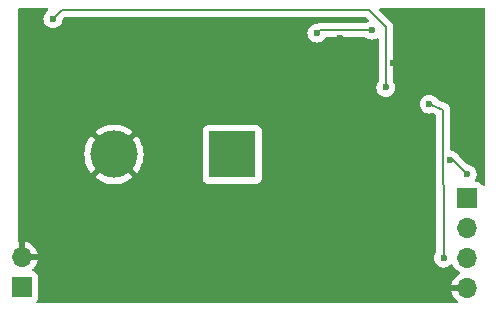
<source format=gbr>
%TF.GenerationSoftware,KiCad,Pcbnew,8.0.5*%
%TF.CreationDate,2025-01-23T11:22:46+01:00*%
%TF.ProjectId,PPP_v3_2,5050505f-7633-45f3-922e-6b696361645f,rev?*%
%TF.SameCoordinates,Original*%
%TF.FileFunction,Copper,L2,Bot*%
%TF.FilePolarity,Positive*%
%FSLAX46Y46*%
G04 Gerber Fmt 4.6, Leading zero omitted, Abs format (unit mm)*
G04 Created by KiCad (PCBNEW 8.0.5) date 2025-01-23 11:22:46*
%MOMM*%
%LPD*%
G01*
G04 APERTURE LIST*
%TA.AperFunction,ComponentPad*%
%ADD10R,1.700000X1.700000*%
%TD*%
%TA.AperFunction,ComponentPad*%
%ADD11O,1.700000X1.700000*%
%TD*%
%TA.AperFunction,ComponentPad*%
%ADD12R,4.000000X4.000000*%
%TD*%
%TA.AperFunction,ComponentPad*%
%ADD13C,4.000000*%
%TD*%
%TA.AperFunction,ViaPad*%
%ADD14C,0.600000*%
%TD*%
%TA.AperFunction,Conductor*%
%ADD15C,0.200000*%
%TD*%
G04 APERTURE END LIST*
D10*
%TO.P,J1,1,Pin_1*%
%TO.N,Net-(J1-Pin_1)*%
X137270000Y-98140000D03*
D11*
%TO.P,J1,2,Pin_2*%
%TO.N,GND*%
X137270000Y-95600000D03*
%TD*%
D12*
%TO.P,C1,1*%
%TO.N,Net-(D1-K)*%
X155065371Y-86890000D03*
D13*
%TO.P,C1,2*%
%TO.N,GND*%
X145065371Y-86890000D03*
%TD*%
D10*
%TO.P,J2,1,Pin_1*%
%TO.N,Net-(J2-Pin_1)*%
X174970000Y-90580000D03*
D11*
%TO.P,J2,2,Pin_2*%
%TO.N,/SH_DOWN*%
X174970000Y-93120000D03*
%TO.P,J2,3,Pin_3*%
%TO.N,Net-(J2-Pin_3)*%
X174970000Y-95660000D03*
%TO.P,J2,4,Pin_4*%
%TO.N,GND*%
X174970000Y-98200000D03*
%TD*%
D14*
%TO.N,GND*%
X164220000Y-76990000D03*
X163930000Y-82710000D03*
X164830000Y-82730000D03*
X158440000Y-89080000D03*
X165210000Y-84190000D03*
X165780000Y-81710000D03*
X164450000Y-85410000D03*
X168720000Y-79180000D03*
X169620000Y-78110000D03*
X164430000Y-84210000D03*
X165700000Y-86580000D03*
X165210000Y-85400000D03*
X158470000Y-84490000D03*
X164850000Y-81710000D03*
X174400000Y-76850000D03*
X150600000Y-81600000D03*
X155500000Y-97280000D03*
X164220000Y-80480000D03*
X164920000Y-87530000D03*
X164000000Y-86600000D03*
X175450000Y-87130000D03*
X162990000Y-82730000D03*
X162990000Y-81760000D03*
X163700000Y-87550000D03*
X153525000Y-78300000D03*
X162770000Y-86890000D03*
X163930000Y-81740000D03*
X165780000Y-82660000D03*
X164430000Y-84820000D03*
X166010000Y-95810000D03*
X165820000Y-78690000D03*
X171690000Y-84680000D03*
X164850000Y-86580000D03*
X166130000Y-87550000D03*
X165200000Y-84800000D03*
%TO.N,Net-(D1-A)*%
X168090000Y-81220000D03*
X139900000Y-75400000D03*
%TO.N,Net-(J2-Pin_1)*%
X173550000Y-87370000D03*
X174970000Y-88560000D03*
X166920000Y-76370000D03*
X162250000Y-76620000D03*
%TO.N,Net-(J2-Pin_3)*%
X172970000Y-95660000D03*
X171750000Y-82630000D03*
%TD*%
D15*
%TO.N,Net-(D1-A)*%
X140650000Y-74650000D02*
X139900000Y-75400000D01*
X168090000Y-80850000D02*
X168110000Y-80830000D01*
X168110000Y-76120000D02*
X166640000Y-74650000D01*
X168110000Y-80830000D02*
X168110000Y-76120000D01*
X168090000Y-81220000D02*
X168090000Y-80850000D01*
X166640000Y-74650000D02*
X140650000Y-74650000D01*
%TO.N,Net-(J2-Pin_1)*%
X174970000Y-88560000D02*
X173780000Y-87370000D01*
X166920000Y-76370000D02*
X162500000Y-76370000D01*
X173780000Y-87370000D02*
X173550000Y-87370000D01*
X162500000Y-76370000D02*
X162250000Y-76620000D01*
%TO.N,Net-(J2-Pin_3)*%
X172940000Y-83140000D02*
X171750000Y-82630000D01*
X172970000Y-95660000D02*
X172940000Y-83140000D01*
%TD*%
%TA.AperFunction,Conductor*%
%TO.N,GND*%
G36*
X139463563Y-74520185D02*
G01*
X139509318Y-74572989D01*
X139519262Y-74642147D01*
X139490237Y-74705703D01*
X139462496Y-74729494D01*
X139397737Y-74770184D01*
X139270184Y-74897737D01*
X139174211Y-75050476D01*
X139114631Y-75220745D01*
X139114630Y-75220750D01*
X139094435Y-75399996D01*
X139094435Y-75400003D01*
X139114630Y-75579249D01*
X139114631Y-75579254D01*
X139174211Y-75749523D01*
X139227689Y-75834632D01*
X139270184Y-75902262D01*
X139397738Y-76029816D01*
X139550478Y-76125789D01*
X139720745Y-76185368D01*
X139720750Y-76185369D01*
X139899996Y-76205565D01*
X139900000Y-76205565D01*
X139900004Y-76205565D01*
X140079249Y-76185369D01*
X140079252Y-76185368D01*
X140079255Y-76185368D01*
X140249522Y-76125789D01*
X140402262Y-76029816D01*
X140529816Y-75902262D01*
X140625789Y-75749522D01*
X140685368Y-75579255D01*
X140695161Y-75492329D01*
X140722226Y-75427918D01*
X140730679Y-75418554D01*
X140862417Y-75286817D01*
X140923740Y-75253334D01*
X140950097Y-75250500D01*
X166339903Y-75250500D01*
X166406942Y-75270185D01*
X166427584Y-75286819D01*
X166592256Y-75451491D01*
X166625741Y-75512814D01*
X166620757Y-75582506D01*
X166578885Y-75638439D01*
X166570548Y-75644165D01*
X166417739Y-75740183D01*
X166414903Y-75742445D01*
X166412722Y-75743335D01*
X166411843Y-75743888D01*
X166411746Y-75743733D01*
X166350217Y-75768855D01*
X166337588Y-75769500D01*
X162420940Y-75769500D01*
X162380019Y-75780464D01*
X162380019Y-75780465D01*
X162268216Y-75810423D01*
X162264574Y-75811399D01*
X162246364Y-75814844D01*
X162070749Y-75834630D01*
X162070745Y-75834631D01*
X161900476Y-75894211D01*
X161747737Y-75990184D01*
X161620184Y-76117737D01*
X161524211Y-76270476D01*
X161464631Y-76440745D01*
X161464630Y-76440750D01*
X161444435Y-76619996D01*
X161444435Y-76620003D01*
X161464630Y-76799249D01*
X161464631Y-76799254D01*
X161524211Y-76969523D01*
X161603549Y-77095788D01*
X161620184Y-77122262D01*
X161747738Y-77249816D01*
X161900478Y-77345789D01*
X162070745Y-77405368D01*
X162070750Y-77405369D01*
X162249996Y-77425565D01*
X162250000Y-77425565D01*
X162250004Y-77425565D01*
X162429249Y-77405369D01*
X162429252Y-77405368D01*
X162429255Y-77405368D01*
X162599522Y-77345789D01*
X162752262Y-77249816D01*
X162879816Y-77122262D01*
X162938713Y-77028528D01*
X162991048Y-76982237D01*
X163043707Y-76970500D01*
X166337588Y-76970500D01*
X166404627Y-76990185D01*
X166414903Y-76997555D01*
X166417736Y-76999814D01*
X166417738Y-76999816D01*
X166570478Y-77095789D01*
X166740745Y-77155368D01*
X166740750Y-77155369D01*
X166919996Y-77175565D01*
X166920000Y-77175565D01*
X166920004Y-77175565D01*
X167099249Y-77155369D01*
X167099252Y-77155368D01*
X167099255Y-77155368D01*
X167269522Y-77095789D01*
X167319527Y-77064369D01*
X167386764Y-77045368D01*
X167453599Y-77065735D01*
X167498814Y-77119003D01*
X167509500Y-77169362D01*
X167509500Y-80617060D01*
X167489815Y-80684099D01*
X167473181Y-80704741D01*
X167460184Y-80717737D01*
X167364211Y-80870476D01*
X167304631Y-81040745D01*
X167304630Y-81040750D01*
X167284435Y-81219996D01*
X167284435Y-81220003D01*
X167304630Y-81399249D01*
X167304631Y-81399254D01*
X167364211Y-81569523D01*
X167460184Y-81722262D01*
X167587738Y-81849816D01*
X167740478Y-81945789D01*
X167895930Y-82000184D01*
X167910745Y-82005368D01*
X167910750Y-82005369D01*
X168089996Y-82025565D01*
X168090000Y-82025565D01*
X168090004Y-82025565D01*
X168269249Y-82005369D01*
X168269252Y-82005368D01*
X168269255Y-82005368D01*
X168439522Y-81945789D01*
X168592262Y-81849816D01*
X168719816Y-81722262D01*
X168815789Y-81569522D01*
X168875368Y-81399255D01*
X168895565Y-81220000D01*
X168875368Y-81040745D01*
X168815789Y-80870478D01*
X168729506Y-80733159D01*
X168710500Y-80667187D01*
X168710500Y-76209059D01*
X168710501Y-76209046D01*
X168710501Y-76040945D01*
X168710501Y-76040943D01*
X168669577Y-75888215D01*
X168624664Y-75810424D01*
X168601037Y-75769500D01*
X168590521Y-75751285D01*
X168474385Y-75635149D01*
X168474374Y-75635139D01*
X167551416Y-74712181D01*
X167517931Y-74650858D01*
X167522915Y-74581166D01*
X167564787Y-74525233D01*
X167630251Y-74500816D01*
X167639097Y-74500500D01*
X176375500Y-74500500D01*
X176442539Y-74520185D01*
X176488294Y-74572989D01*
X176499500Y-74624500D01*
X176499500Y-89433500D01*
X176479815Y-89500539D01*
X176427011Y-89546294D01*
X176357853Y-89556238D01*
X176294297Y-89527213D01*
X176266670Y-89492930D01*
X176263797Y-89487669D01*
X176177547Y-89372455D01*
X176177544Y-89372452D01*
X176062335Y-89286206D01*
X176062328Y-89286202D01*
X175927482Y-89235908D01*
X175927483Y-89235908D01*
X175867883Y-89229501D01*
X175867881Y-89229500D01*
X175867873Y-89229500D01*
X175867865Y-89229500D01*
X175719095Y-89229500D01*
X175652056Y-89209815D01*
X175606301Y-89157011D01*
X175596357Y-89087853D01*
X175614101Y-89039528D01*
X175648220Y-88985226D01*
X175695789Y-88909522D01*
X175755368Y-88739255D01*
X175765162Y-88652330D01*
X175775565Y-88560003D01*
X175775565Y-88559996D01*
X175755369Y-88380750D01*
X175755368Y-88380745D01*
X175695788Y-88210476D01*
X175656582Y-88148080D01*
X175599816Y-88057738D01*
X175472262Y-87930184D01*
X175408310Y-87890000D01*
X175319521Y-87834210D01*
X175171849Y-87782538D01*
X175149255Y-87774632D01*
X175149254Y-87774631D01*
X175149249Y-87774630D01*
X175062330Y-87764837D01*
X174997916Y-87737770D01*
X174988533Y-87729298D01*
X174279034Y-87019799D01*
X174261721Y-86998090D01*
X174193807Y-86890005D01*
X174179816Y-86867738D01*
X174052262Y-86740184D01*
X173899523Y-86644211D01*
X173729252Y-86584631D01*
X173658556Y-86576665D01*
X173594143Y-86549598D01*
X173554588Y-86492003D01*
X173548441Y-86453742D01*
X173540624Y-83191338D01*
X173541890Y-83173376D01*
X173545636Y-83147385D01*
X173541268Y-83110763D01*
X173540396Y-83096400D01*
X173540309Y-83059504D01*
X173533451Y-83034154D01*
X173530022Y-83016464D01*
X173526912Y-82990382D01*
X173526911Y-82990380D01*
X173526911Y-82990378D01*
X173513214Y-82956135D01*
X173508648Y-82942466D01*
X173504171Y-82925919D01*
X173499020Y-82906876D01*
X173485833Y-82884161D01*
X173477940Y-82867956D01*
X173468189Y-82843577D01*
X173446101Y-82814053D01*
X173438152Y-82802030D01*
X173419634Y-82770133D01*
X173401016Y-82751604D01*
X173389199Y-82737995D01*
X173373470Y-82716971D01*
X173366227Y-82711272D01*
X173344492Y-82694169D01*
X173333710Y-82684619D01*
X173323828Y-82674784D01*
X173307565Y-82658598D01*
X173284782Y-82645517D01*
X173269848Y-82635432D01*
X173249214Y-82619196D01*
X173249213Y-82619195D01*
X173215310Y-82604665D01*
X173202422Y-82598230D01*
X173170443Y-82579869D01*
X173170439Y-82579868D01*
X173145057Y-82573131D01*
X173128022Y-82567255D01*
X172517585Y-82305639D01*
X172463720Y-82261138D01*
X172461437Y-82257637D01*
X172379815Y-82127737D01*
X172252262Y-82000184D01*
X172099523Y-81904211D01*
X171929254Y-81844631D01*
X171929249Y-81844630D01*
X171750004Y-81824435D01*
X171749996Y-81824435D01*
X171570750Y-81844630D01*
X171570745Y-81844631D01*
X171400476Y-81904211D01*
X171247737Y-82000184D01*
X171120184Y-82127737D01*
X171024211Y-82280476D01*
X170964631Y-82450745D01*
X170964630Y-82450750D01*
X170944435Y-82629996D01*
X170944435Y-82630003D01*
X170964630Y-82809249D01*
X170964631Y-82809254D01*
X171024211Y-82979523D01*
X171102176Y-83103603D01*
X171120184Y-83132262D01*
X171247738Y-83259816D01*
X171400478Y-83355789D01*
X171499811Y-83390547D01*
X171570745Y-83415368D01*
X171570750Y-83415369D01*
X171749996Y-83435565D01*
X171750000Y-83435565D01*
X171750004Y-83435565D01*
X171929247Y-83415369D01*
X171929248Y-83415368D01*
X171929255Y-83415368D01*
X171954689Y-83406467D01*
X172024465Y-83402904D01*
X172044486Y-83409532D01*
X172265489Y-83504248D01*
X172319353Y-83548748D01*
X172340608Y-83615306D01*
X172340642Y-83617924D01*
X172368105Y-95079039D01*
X172348581Y-95146125D01*
X172341057Y-95156642D01*
X172340188Y-95157730D01*
X172244211Y-95310476D01*
X172184631Y-95480745D01*
X172184630Y-95480750D01*
X172164435Y-95659996D01*
X172164435Y-95660003D01*
X172184630Y-95839249D01*
X172184631Y-95839254D01*
X172244211Y-96009523D01*
X172315931Y-96123664D01*
X172340184Y-96162262D01*
X172467738Y-96289816D01*
X172620478Y-96385789D01*
X172790745Y-96445368D01*
X172790750Y-96445369D01*
X172969996Y-96465565D01*
X172970000Y-96465565D01*
X172970004Y-96465565D01*
X173149249Y-96445369D01*
X173149252Y-96445368D01*
X173149255Y-96445368D01*
X173319522Y-96385789D01*
X173472262Y-96289816D01*
X173552534Y-96209543D01*
X173613853Y-96176061D01*
X173683545Y-96181045D01*
X173739479Y-96222916D01*
X173752594Y-96244821D01*
X173795967Y-96337834D01*
X173885406Y-96465565D01*
X173931505Y-96531401D01*
X174098599Y-96698495D01*
X174237720Y-96795909D01*
X174284594Y-96828730D01*
X174328219Y-96883307D01*
X174335413Y-96952805D01*
X174303890Y-97015160D01*
X174284595Y-97031880D01*
X174098922Y-97161890D01*
X174098920Y-97161891D01*
X173931891Y-97328920D01*
X173931886Y-97328926D01*
X173796400Y-97522420D01*
X173796399Y-97522422D01*
X173696570Y-97736507D01*
X173696567Y-97736513D01*
X173639364Y-97949999D01*
X173639364Y-97950000D01*
X174536988Y-97950000D01*
X174504075Y-98007007D01*
X174470000Y-98134174D01*
X174470000Y-98265826D01*
X174504075Y-98392993D01*
X174536988Y-98450000D01*
X173639364Y-98450000D01*
X173696567Y-98663486D01*
X173696570Y-98663492D01*
X173796399Y-98877578D01*
X173931894Y-99071082D01*
X174098921Y-99238109D01*
X174150072Y-99273926D01*
X174193697Y-99328503D01*
X174200889Y-99398001D01*
X174169366Y-99460356D01*
X174109136Y-99495769D01*
X174078948Y-99499500D01*
X138611515Y-99499500D01*
X138544476Y-99479815D01*
X138498721Y-99427011D01*
X138488777Y-99357853D01*
X138512248Y-99301189D01*
X138563796Y-99232331D01*
X138614091Y-99097483D01*
X138620500Y-99037873D01*
X138620499Y-97242128D01*
X138614091Y-97182517D01*
X138563796Y-97047669D01*
X138563795Y-97047668D01*
X138563793Y-97047664D01*
X138477547Y-96932455D01*
X138477544Y-96932452D01*
X138362335Y-96846206D01*
X138362328Y-96846202D01*
X138230401Y-96796997D01*
X138174467Y-96755126D01*
X138150050Y-96689662D01*
X138164902Y-96621389D01*
X138186053Y-96593133D01*
X138308108Y-96471078D01*
X138443600Y-96277578D01*
X138543429Y-96063492D01*
X138543432Y-96063486D01*
X138600636Y-95850000D01*
X137703012Y-95850000D01*
X137735925Y-95792993D01*
X137770000Y-95665826D01*
X137770000Y-95534174D01*
X137735925Y-95407007D01*
X137703012Y-95350000D01*
X138600636Y-95350000D01*
X138600635Y-95349999D01*
X138543432Y-95136513D01*
X138543429Y-95136507D01*
X138443600Y-94922422D01*
X138443599Y-94922420D01*
X138308113Y-94728926D01*
X138308108Y-94728920D01*
X138141082Y-94561894D01*
X137947578Y-94426399D01*
X137733492Y-94326570D01*
X137733486Y-94326567D01*
X137520000Y-94269364D01*
X137520000Y-95166988D01*
X137462993Y-95134075D01*
X137335826Y-95100000D01*
X137204174Y-95100000D01*
X137077007Y-95134075D01*
X137020000Y-95166988D01*
X137020000Y-94269364D01*
X136978513Y-94237530D01*
X136937311Y-94181101D01*
X136930000Y-94139154D01*
X136930000Y-86889994D01*
X142560428Y-86889994D01*
X142560428Y-86890005D01*
X142580178Y-87203942D01*
X142580179Y-87203949D01*
X142639126Y-87512958D01*
X142736334Y-87812132D01*
X142736336Y-87812137D01*
X142870271Y-88096761D01*
X142870274Y-88096767D01*
X143038828Y-88362367D01*
X143038831Y-88362371D01*
X143129657Y-88472160D01*
X144202797Y-87399020D01*
X144288620Y-87527463D01*
X144427908Y-87666751D01*
X144556349Y-87752573D01*
X143480342Y-88828579D01*
X143480343Y-88828581D01*
X143723143Y-89004985D01*
X143723161Y-89004996D01*
X143998818Y-89156540D01*
X143998826Y-89156544D01*
X144291297Y-89272340D01*
X144595991Y-89350573D01*
X144596000Y-89350575D01*
X144908072Y-89389999D01*
X144908086Y-89390000D01*
X145222656Y-89390000D01*
X145222669Y-89389999D01*
X145534741Y-89350575D01*
X145534750Y-89350573D01*
X145839444Y-89272340D01*
X146131915Y-89156544D01*
X146131923Y-89156540D01*
X146407580Y-89004996D01*
X146407590Y-89004990D01*
X146650397Y-88828579D01*
X146650398Y-88828579D01*
X145574391Y-87752573D01*
X145702834Y-87666751D01*
X145842122Y-87527463D01*
X145927944Y-87399021D01*
X147001083Y-88472160D01*
X147091915Y-88362364D01*
X147260467Y-88096767D01*
X147260470Y-88096761D01*
X147394405Y-87812137D01*
X147394407Y-87812132D01*
X147491615Y-87512958D01*
X147550562Y-87203949D01*
X147550563Y-87203942D01*
X147570314Y-86890005D01*
X147570314Y-86889994D01*
X147550563Y-86576057D01*
X147550562Y-86576050D01*
X147491615Y-86267041D01*
X147394407Y-85967867D01*
X147394405Y-85967862D01*
X147260470Y-85683238D01*
X147260467Y-85683232D01*
X147091913Y-85417632D01*
X147091910Y-85417628D01*
X147001083Y-85307838D01*
X145927943Y-86380977D01*
X145842122Y-86252537D01*
X145702834Y-86113249D01*
X145574391Y-86027426D01*
X146650398Y-84951419D01*
X146650397Y-84951417D01*
X146499983Y-84842135D01*
X152564871Y-84842135D01*
X152564871Y-88937870D01*
X152564872Y-88937876D01*
X152571279Y-88997483D01*
X152621573Y-89132328D01*
X152621577Y-89132335D01*
X152707823Y-89247544D01*
X152707826Y-89247547D01*
X152823035Y-89333793D01*
X152823042Y-89333797D01*
X152957888Y-89384091D01*
X152957887Y-89384091D01*
X152964815Y-89384835D01*
X153017498Y-89390500D01*
X157113243Y-89390499D01*
X157172854Y-89384091D01*
X157307702Y-89333796D01*
X157422917Y-89247546D01*
X157509167Y-89132331D01*
X157559462Y-88997483D01*
X157565871Y-88937873D01*
X157565870Y-84842128D01*
X157559462Y-84782517D01*
X157556659Y-84775003D01*
X157509168Y-84647671D01*
X157509164Y-84647664D01*
X157422918Y-84532455D01*
X157422915Y-84532452D01*
X157307706Y-84446206D01*
X157307699Y-84446202D01*
X157172853Y-84395908D01*
X157172854Y-84395908D01*
X157113254Y-84389501D01*
X157113252Y-84389500D01*
X157113244Y-84389500D01*
X157113235Y-84389500D01*
X153017500Y-84389500D01*
X153017494Y-84389501D01*
X152957887Y-84395908D01*
X152823042Y-84446202D01*
X152823035Y-84446206D01*
X152707826Y-84532452D01*
X152707823Y-84532455D01*
X152621577Y-84647664D01*
X152621573Y-84647671D01*
X152571279Y-84782517D01*
X152564872Y-84842116D01*
X152564872Y-84842123D01*
X152564871Y-84842135D01*
X146499983Y-84842135D01*
X146407598Y-84775014D01*
X146407580Y-84775003D01*
X146131923Y-84623459D01*
X146131915Y-84623455D01*
X145839444Y-84507659D01*
X145534750Y-84429426D01*
X145534741Y-84429424D01*
X145222669Y-84390000D01*
X144908072Y-84390000D01*
X144596000Y-84429424D01*
X144595991Y-84429426D01*
X144291297Y-84507659D01*
X143998826Y-84623455D01*
X143998818Y-84623459D01*
X143723158Y-84775004D01*
X143723153Y-84775007D01*
X143480343Y-84951418D01*
X143480342Y-84951419D01*
X144556350Y-86027426D01*
X144427908Y-86113249D01*
X144288620Y-86252537D01*
X144202797Y-86380978D01*
X143129657Y-85307838D01*
X143129656Y-85307838D01*
X143038830Y-85417629D01*
X143038828Y-85417632D01*
X142870274Y-85683232D01*
X142870271Y-85683238D01*
X142736336Y-85967862D01*
X142736334Y-85967867D01*
X142639126Y-86267041D01*
X142580179Y-86576050D01*
X142580178Y-86576057D01*
X142560428Y-86889994D01*
X136930000Y-86889994D01*
X136930000Y-74624500D01*
X136949685Y-74557461D01*
X137002489Y-74511706D01*
X137054000Y-74500500D01*
X139396524Y-74500500D01*
X139463563Y-74520185D01*
G37*
%TD.AperFunction*%
%TD*%
M02*

</source>
